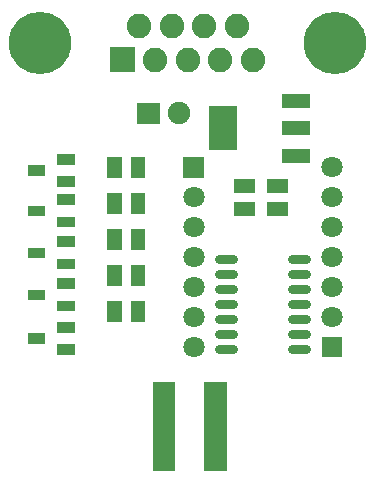
<source format=gts>
G04 Layer: TopSolderMaskLayer*
G04 EasyEDA v6.4.14, 2021-02-02T13:22:32--5:00*
G04 91b0255ed1064b2dbadafc5a096163c1,d79a69aa59da4e1fbb9b7d465b79b5da,10*
G04 Gerber Generator version 0.2*
G04 Scale: 100 percent, Rotated: No, Reflected: No *
G04 Dimensions in millimeters *
G04 leading zeros omitted , absolute positions ,4 integer and 5 decimal *
%FSLAX45Y45*%
%MOMM*%

%ADD20R,1.9000X7.5000*%
%ADD34C,0.8032*%
%ADD38R,2.3622X1.2954*%
%ADD39R,2.3622X3.7084*%
%ADD41C,2.0828*%
%ADD42C,5.2832*%
%ADD44C,1.9032*%
%ADD45R,1.8032X1.8032*%
%ADD46C,1.8032*%

%LPD*%
G36*
X1676907Y762000D02*
G01*
X1676907Y11988D01*
X1866900Y11988D01*
X1866900Y762000D01*
G37*
G36*
X1242314Y762000D02*
G01*
X1242314Y11988D01*
X1432306Y11988D01*
X1432306Y762000D01*
G37*
D34*
X2421707Y1041400D02*
G01*
X2541706Y1041400D01*
X2421707Y1168400D02*
G01*
X2541706Y1168400D01*
X2421707Y1295400D02*
G01*
X2541706Y1295400D01*
X2421707Y1422400D02*
G01*
X2541706Y1422400D01*
X2421707Y1549400D02*
G01*
X2541706Y1549400D01*
X2421707Y1676400D02*
G01*
X2541706Y1676400D01*
X2421707Y1803400D02*
G01*
X2541706Y1803400D01*
X1801693Y1041400D02*
G01*
X1921692Y1041400D01*
X1801693Y1168400D02*
G01*
X1921692Y1168400D01*
X1801693Y1295400D02*
G01*
X1921692Y1295400D01*
X1801693Y1422400D02*
G01*
X1921692Y1422400D01*
X1801693Y1549400D02*
G01*
X1921692Y1549400D01*
X1801693Y1676400D02*
G01*
X1921692Y1676400D01*
X1801693Y1803400D02*
G01*
X1921692Y1803400D01*
G36*
X183387Y2507487D02*
G01*
X183387Y2597912D01*
X328676Y2597912D01*
X328676Y2507487D01*
G37*
G36*
X433323Y2602484D02*
G01*
X433323Y2692907D01*
X578612Y2692907D01*
X578612Y2602484D01*
G37*
G36*
X433323Y2412492D02*
G01*
X433323Y2502915D01*
X578612Y2502915D01*
X578612Y2412492D01*
G37*
G36*
X183387Y2164587D02*
G01*
X183387Y2255012D01*
X328676Y2255012D01*
X328676Y2164587D01*
G37*
G36*
X433323Y2259584D02*
G01*
X433323Y2350007D01*
X578612Y2350007D01*
X578612Y2259584D01*
G37*
G36*
X433323Y2069592D02*
G01*
X433323Y2160015D01*
X578612Y2160015D01*
X578612Y2069592D01*
G37*
G36*
X183387Y1808987D02*
G01*
X183387Y1899412D01*
X328676Y1899412D01*
X328676Y1808987D01*
G37*
G36*
X433323Y1903984D02*
G01*
X433323Y1994407D01*
X578612Y1994407D01*
X578612Y1903984D01*
G37*
G36*
X433323Y1713992D02*
G01*
X433323Y1804415D01*
X578612Y1804415D01*
X578612Y1713992D01*
G37*
G36*
X183387Y1453387D02*
G01*
X183387Y1543812D01*
X328676Y1543812D01*
X328676Y1453387D01*
G37*
G36*
X433323Y1548384D02*
G01*
X433323Y1638807D01*
X578612Y1638807D01*
X578612Y1548384D01*
G37*
G36*
X433323Y1358392D02*
G01*
X433323Y1448815D01*
X578612Y1448815D01*
X578612Y1358392D01*
G37*
G36*
X183387Y1085087D02*
G01*
X183387Y1175512D01*
X328676Y1175512D01*
X328676Y1085087D01*
G37*
G36*
X433323Y1180084D02*
G01*
X433323Y1270507D01*
X578612Y1270507D01*
X578612Y1180084D01*
G37*
G36*
X433323Y990092D02*
G01*
X433323Y1080515D01*
X578612Y1080515D01*
X578612Y990092D01*
G37*
G36*
X1055878Y2490470D02*
G01*
X1055878Y2665729D01*
X1176273Y2665729D01*
X1176273Y2490470D01*
G37*
G36*
X855726Y2490470D02*
G01*
X855726Y2665729D01*
X976121Y2665729D01*
X976121Y2490470D01*
G37*
G36*
X1055878Y2185670D02*
G01*
X1055878Y2360929D01*
X1176273Y2360929D01*
X1176273Y2185670D01*
G37*
G36*
X855726Y2185670D02*
G01*
X855726Y2360929D01*
X976121Y2360929D01*
X976121Y2185670D01*
G37*
G36*
X1055878Y1880870D02*
G01*
X1055878Y2056129D01*
X1176273Y2056129D01*
X1176273Y1880870D01*
G37*
G36*
X855726Y1880870D02*
G01*
X855726Y2056129D01*
X976121Y2056129D01*
X976121Y1880870D01*
G37*
G36*
X1055878Y1576070D02*
G01*
X1055878Y1751329D01*
X1176273Y1751329D01*
X1176273Y1576070D01*
G37*
G36*
X855726Y1576070D02*
G01*
X855726Y1751329D01*
X976121Y1751329D01*
X976121Y1576070D01*
G37*
G36*
X1055878Y1271270D02*
G01*
X1055878Y1446529D01*
X1176273Y1446529D01*
X1176273Y1271270D01*
G37*
G36*
X855726Y1271270D02*
G01*
X855726Y1446529D01*
X976121Y1446529D01*
X976121Y1271270D01*
G37*
G36*
X2211070Y2163826D02*
G01*
X2211070Y2284221D01*
X2386329Y2284221D01*
X2386329Y2163826D01*
G37*
G36*
X2211070Y2363978D02*
G01*
X2211070Y2484373D01*
X2386329Y2484373D01*
X2386329Y2363978D01*
G37*
G36*
X1931670Y2163826D02*
G01*
X1931670Y2284221D01*
X2106929Y2284221D01*
X2106929Y2163826D01*
G37*
G36*
X1931670Y2363978D02*
G01*
X1931670Y2484373D01*
X2106929Y2484373D01*
X2106929Y2363978D01*
G37*
D38*
G01*
X2456179Y2678429D03*
G01*
X2456179Y2909570D03*
G01*
X2456179Y3138170D03*
D39*
G01*
X1836420Y2909570D03*
G36*
X878839Y3385820D02*
G01*
X878839Y3594100D01*
X1087120Y3594100D01*
X1087120Y3385820D01*
G37*
D41*
G01*
X1259839Y3489960D03*
G01*
X1536700Y3489960D03*
G01*
X1813559Y3489960D03*
G01*
X2090420Y3489960D03*
G01*
X1122679Y3774439D03*
G01*
X1399539Y3774439D03*
G01*
X1673860Y3774439D03*
G01*
X1950720Y3774439D03*
D42*
G01*
X287020Y3632200D03*
G01*
X2786379Y3632200D03*
D20*
G01*
X1771904Y387095D03*
G01*
X1337310Y387095D03*
G36*
X1111250Y2946400D02*
G01*
X1111250Y3124200D01*
X1301750Y3124200D01*
X1301750Y2946400D01*
G37*
D44*
G01*
X1460500Y3035300D03*
G36*
X1497329Y2487929D02*
G01*
X1497329Y2668270D01*
X1677670Y2668270D01*
X1677670Y2487929D01*
G37*
D46*
G01*
X1587500Y2324100D03*
G01*
X1587500Y2070100D03*
G01*
X1587500Y1816100D03*
G01*
X1587500Y1562100D03*
G01*
X1587500Y1308100D03*
G01*
X1587500Y1054100D03*
D45*
G01*
X2755900Y1054100D03*
D46*
G01*
X2755900Y1308100D03*
G01*
X2755900Y1562100D03*
G01*
X2755900Y1816100D03*
G01*
X2755900Y2070100D03*
G01*
X2755900Y2324100D03*
G01*
X2755900Y2578100D03*
M02*

</source>
